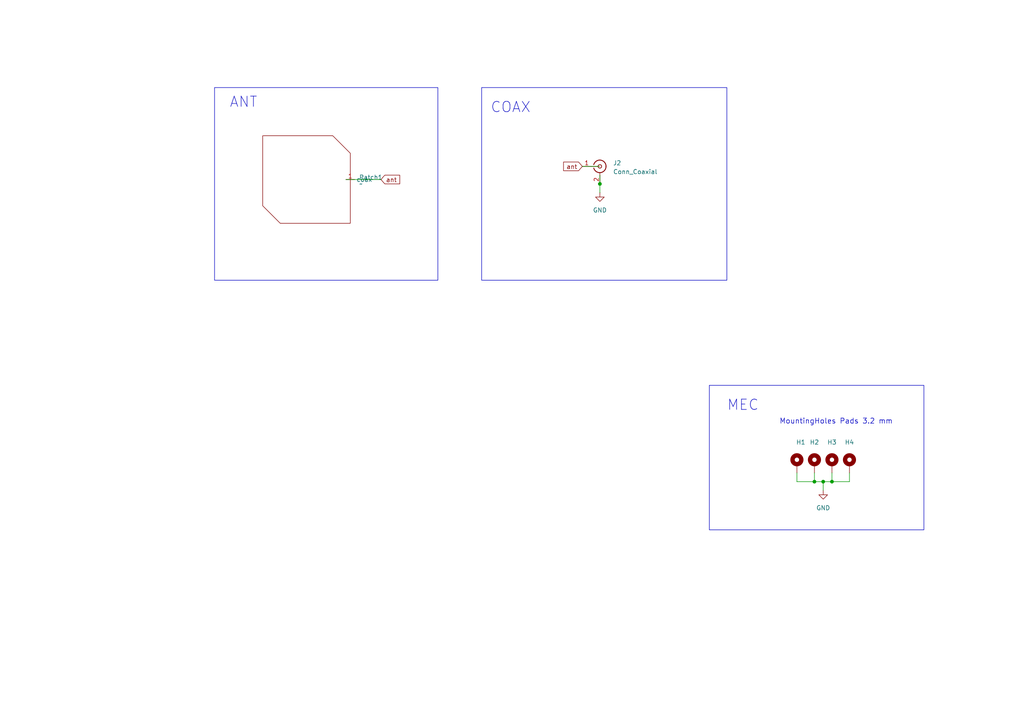
<source format=kicad_sch>
(kicad_sch (version 20250114) (generator "eeschema") (generator_version "9.0")
  (paper "A4")
  (title_block (title "S-band Antenna") (date "2025-04-20") (company "SpaceLab UFSC") (comment 1 "Eng. Yunior Alcântara Guevara") (comment 2 "Lucas Ryan Carneiro"))
  (lib_symbols
    (symbol "Connector:Conn_Coaxial" (pin_names (offset 1.016) (hide yes))
      (property "Reference" "J" (at 0.254 3.048 0))
      (property "Value" "Conn_Coaxial" (at 2.921 0 90))
      (symbol "Conn_Coaxial_0_1"
        (polyline (pts (xy -2.54 0) (xy -0.508 0)))
        (arc (start 1.778 0) (mid 0.222 -1.8079) (end -1.778 -0.508) (stroke (width 0.254)))
        (arc (start -1.778 0.508) (mid 0.2221 1.8084) (end 1.778 0) (stroke (width 0.254)))
        (circle (center 0 0) (radius 0.508) (stroke (width 0.2032)))
        (polyline (pts (xy 0 -2.54) (xy 0 -1.778)))
      )
      (symbol "Conn_Coaxial_1_1"
        (pin passive line (at -5.08 0 0) (length 2.54) (name "In") (number "1"))
        (pin passive line (at 0 -5.08 90) (length 2.54) (name "Ext") (number "2"))
      )
    )
    (symbol "GND_1" (power) (pin_numbers (hide yes)) (pin_names (offset 0) (hide yes))
      (property "Value" "GND" (at 0 -3.81 0))
      (symbol "GND_1_0_1"
        (polyline (pts (xy 0 0) (xy 0 -1.27) (xy 1.27 -1.27) (xy 0 -2.54) (xy -1.27 -1.27) (xy 0 -1.27)))
      )
      (symbol "GND_1_1_1"
        (pin power_in line (at 0 0 270) (length 0) (name "~") (number "1"))
      )
    )
    (symbol "Mechanical:MountingHole_Pad" (pin_numbers (hide yes)) (pin_names (offset 1.016) (hide yes)) (exclude_from_sim yes) (in_bom no)
      (property "Reference" "H" (at 0 6.35 0))
      (property "Value" "MountingHole_Pad" (at 0 4.445 0))
      (symbol "MountingHole_Pad_0_1"
        (circle (center 0 1.27) (radius 1.27) (stroke (width 1.27)))
      )
      (symbol "MountingHole_Pad_1_1"
        (pin input line (at 0 -2.54 90) (length 2.54) (name "1") (number "1"))
      )
    )
    (symbol "S-band-antenna:Patch"
      (property "Reference" "U" (at 24.384 0 0))
      (symbol "Patch_0_1"
        (polyline (pts (xy 25.4 5.08) (xy 25.4 25.4) (xy 45.72 25.4) (xy 50.8 20.32) (xy 50.8 0) (xy 30.48 0) (xy 25.4 5.08)))
      )
      (symbol "Patch_1_1"
        (pin input line (at 49.53 12.7 0) (length 2.54) (name "coax") (number "1"))
      )
    )
  )
  (rectangle (start 205.74 111.76) (end 267.97 153.67))
  (rectangle (start 62.23 25.4) (end 127 81.28))
  (rectangle (start 139.7 25.4) (end 210.82 81.28))
  (text "MountingHoles Pads 3.2 mm" (at 226.06 123.19 0) (effects (font (size 1.5 1.5)) (justify left bottom)))
  (text "ANT" (at 66.548 31.496 0) (effects (font (size 3 3)) (justify left bottom)))
  (text "MEC" (at 210.82 119.38 0) (effects (font (size 3 3)) (justify left bottom)))
  (text "COAX" (at 142.24 33.02 0) (effects (font (size 3 3)) (justify left bottom)))
  (junction (at 236.22 139.7))
  (junction (at 241.3 139.7))
  (junction (at 173.99 53.34))
  (junction (at 238.76 139.7))
  (wire (pts (xy 100.33 52.07) (xy 110.49 52.07)))
  (wire (pts (xy 168.91 48.26) (xy 173.99 48.26)))
  (wire (pts (xy 173.99 50.8) (xy 173.99 53.34)))
  (wire (pts (xy 231.14 139.7) (xy 231.14 137.16)))
  (wire (pts (xy 236.22 139.7) (xy 238.76 139.7)))
  (wire (pts (xy 238.76 139.7) (xy 241.3 139.7)))
  (wire (pts (xy 241.3 139.7) (xy 246.38 139.7)))
  (wire (pts (xy 231.14 139.7) (xy 236.22 139.7)))
  (wire (pts (xy 173.99 55.88) (xy 173.99 53.34)))
  (wire (pts (xy 241.3 137.16) (xy 241.3 139.7)))
  (wire (pts (xy 246.38 139.7) (xy 246.38 137.16)))
  (wire (pts (xy 236.22 139.7) (xy 236.22 137.16)))
  (wire (pts (xy 238.76 142.24) (xy 238.76 139.7)))
  (global_label "ant" (shape input) (at 110.49 52.07 0) (property "Intersheetrefs" "${INTERSHEET_REFS}" (effects (hide yes))))
  (global_label "ant" (shape input) (at 168.91 48.26 180) (property "Intersheetrefs" "${INTERSHEET_REFS}" (effects (hide yes))))
  (symbol (lib_name "GND_1") (lib_id "power:GND") (at 173.99 55.88 0) (unit 1)
    (property "Reference" "#PWR018" (effects (hide yes)))
    (property "Value" "GND" (at 173.99 60.96 0))
    (property "Description" "Power symbol creates a global label with name \"GND\" , ground" (effects (hide yes)))
  )
  (symbol (lib_id "Connector:Conn_Coaxial") (at 173.99 48.26 0) (unit 1)
    (property "Reference" "J2" (at 177.8 47.2831 0) (effects (justify left)))
    (property "Value" "Conn_Coaxial" (at 177.8 49.8231 0) (effects (justify left)))
    (property "Footprint" "Connector_Coaxial:SMA_Amphenol_132134-10_Vertical" (effects (hide yes)))
    (property "Description" "coaxial connector (BNC, SMA, SMB, SMC, Cinch/RCA, LEMO, ...)" (effects (hide yes)))
  )
  (symbol (lib_id "Mechanical:MountingHole_Pad") (at 241.3 134.62 0) (unit 1)
    (property "Reference" "H3" (at 241.3 128.27 0))
    (property "Value" "MountingHole_Pad" (effects (hide yes)))
    (property "Footprint" "MountingHole:MountingHole_3.2mm_M3_DIN965_Pad" (effects (hide yes)))
    (property "Description" "Mounting Hole with connection" (effects (hide yes)))
  )
  (symbol (lib_id "S-band-antenna:Patch") (at 50.8 64.77 0) (unit 1)
    (property "Reference" "Patch1" (at 104.14 51.4349 0) (effects (justify left)))
    (property "Value" "~" (at 104.14 53.34 0) (effects (justify left)))
    (property "Footprint" "SpaceLab:S-band_Patch" (effects (hide yes)))
  )
  (symbol (lib_id "Mechanical:MountingHole_Pad") (at 231.14 134.62 0) (unit 1)
    (property "Reference" "H1" (at 230.886 128.27 0) (effects (justify left)))
    (property "Value" "MountingHole_Pad" (effects (hide yes)))
    (property "Footprint" "MountingHole:MountingHole_3.2mm_M3_DIN965_Pad" (effects (hide yes)))
    (property "Description" "Mounting Hole with connection" (effects (hide yes)))
  )
  (symbol (lib_id "Mechanical:MountingHole_Pad") (at 236.22 134.62 0) (unit 1)
    (property "Reference" "H2" (at 236.22 128.27 0))
    (property "Value" "MountingHole_Pad" (effects (hide yes)))
    (property "Footprint" "MountingHole:MountingHole_3.2mm_M3_DIN965_Pad" (effects (hide yes)))
    (property "Description" "Mounting Hole with connection" (effects (hide yes)))
  )
  (symbol (lib_id "Mechanical:MountingHole_Pad") (at 246.38 134.62 0) (unit 1)
    (property "Reference" "H4" (at 246.38 128.27 0))
    (property "Value" "MountingHole_Pad" (effects (hide yes)))
    (property "Footprint" "MountingHole:MountingHole_3.2mm_M3_DIN965_Pad" (effects (hide yes)))
    (property "Description" "Mounting Hole with connection" (effects (hide yes)))
  )
  (symbol (lib_name "GND_1") (lib_id "power:GND") (at 238.76 142.24 0) (unit 1)
    (property "Reference" "#PWR020" (effects (hide yes)))
    (property "Value" "GND" (at 238.76 147.32 0))
    (property "Description" "Power symbol creates a global label with name \"GND\" , ground" (effects (hide yes)))
  )
)
</source>
